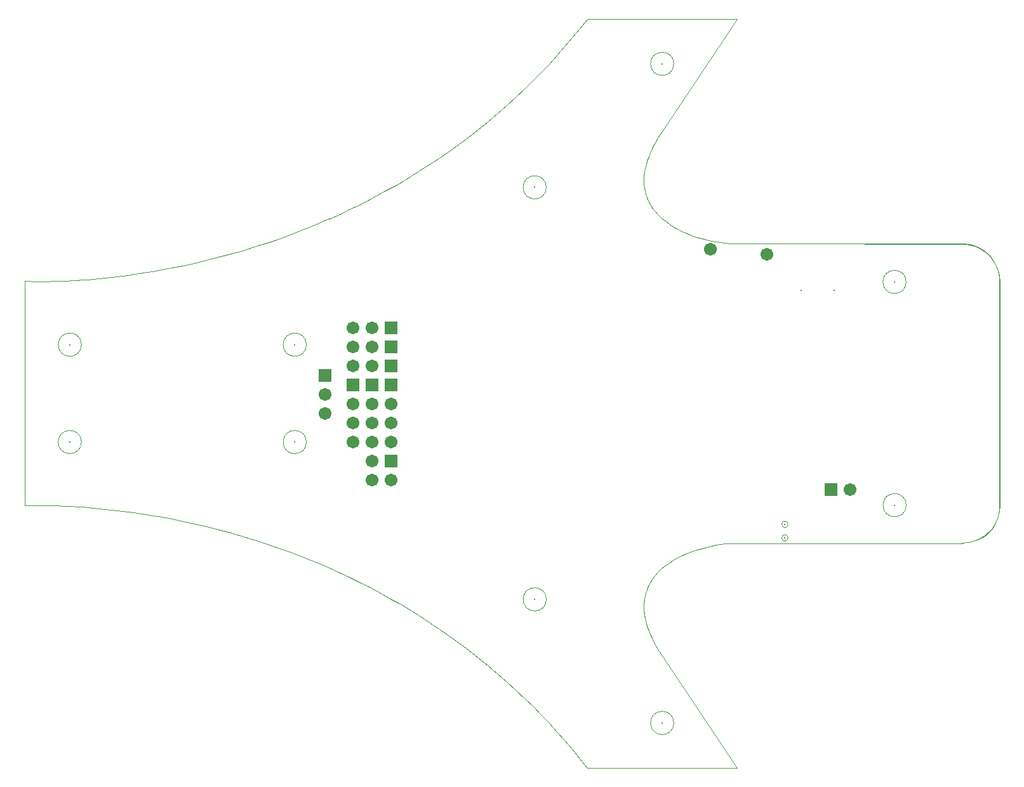
<source format=gbs>
%FSLAX25Y25*%
%MOIN*%
G70*
G01*
G75*
G04 Layer_Color=16711935*
%ADD10C,0.00787*%
%ADD11R,0.03150X0.03937*%
%ADD12R,0.11811X0.03937*%
%ADD13R,0.13780X0.09646*%
%ADD14R,0.09488X0.26378*%
G04:AMPARAMS|DCode=15|XSize=196.85mil|YSize=118.11mil|CornerRadius=0mil|HoleSize=0mil|Usage=FLASHONLY|Rotation=22.500|XOffset=0mil|YOffset=0mil|HoleType=Round|Shape=Rectangle|*
%AMROTATEDRECTD15*
4,1,4,-0.06833,-0.09222,-0.11353,0.01689,0.06833,0.09222,0.11353,-0.01689,-0.06833,-0.09222,0.0*
%
%ADD15ROTATEDRECTD15*%

G04:AMPARAMS|DCode=16|XSize=196.85mil|YSize=118.11mil|CornerRadius=0mil|HoleSize=0mil|Usage=FLASHONLY|Rotation=337.500|XOffset=0mil|YOffset=0mil|HoleType=Round|Shape=Rectangle|*
%AMROTATEDRECTD16*
4,1,4,-0.11353,-0.01689,-0.06833,0.09222,0.11353,0.01689,0.06833,-0.09222,-0.11353,-0.01689,0.0*
%
%ADD16ROTATEDRECTD16*%

G04:AMPARAMS|DCode=17|XSize=196.85mil|YSize=118.11mil|CornerRadius=0mil|HoleSize=0mil|Usage=FLASHONLY|Rotation=115.000|XOffset=0mil|YOffset=0mil|HoleType=Round|Shape=Rectangle|*
%AMROTATEDRECTD17*
4,1,4,0.09512,-0.06425,-0.01193,-0.11416,-0.09512,0.06425,0.01193,0.11416,0.09512,-0.06425,0.0*
%
%ADD17ROTATEDRECTD17*%

G04:AMPARAMS|DCode=18|XSize=196.85mil|YSize=118.11mil|CornerRadius=0mil|HoleSize=0mil|Usage=FLASHONLY|Rotation=65.000|XOffset=0mil|YOffset=0mil|HoleType=Round|Shape=Rectangle|*
%AMROTATEDRECTD18*
4,1,4,0.01193,-0.11416,-0.09512,-0.06425,-0.01193,0.11416,0.09512,0.06425,0.01193,-0.11416,0.0*
%
%ADD18ROTATEDRECTD18*%

%ADD19R,0.05118X0.05906*%
%ADD20R,0.03937X0.03150*%
%ADD21R,0.03898X0.01890*%
%ADD22R,0.04173X0.02559*%
%ADD23R,0.05512X0.04134*%
%ADD24R,0.06890X0.02559*%
%ADD25R,0.23622X0.15748*%
%ADD26R,0.02362X0.04331*%
%ADD27R,0.03150X0.03150*%
%ADD28R,0.03347X0.05118*%
%ADD29R,0.05906X0.05906*%
%ADD30O,0.07480X0.01181*%
%ADD31O,0.01181X0.07480*%
%ADD32R,0.01969X0.09843*%
%ADD33R,0.07874X0.09843*%
%ADD34R,0.05118X0.01575*%
%ADD35R,0.07874X0.07874*%
%ADD36R,0.03937X0.02165*%
%ADD37R,0.00984X0.02756*%
%ADD38R,0.02756X0.00984*%
%ADD39R,0.05000X0.05787*%
%ADD40R,0.13386X0.05315*%
%ADD41R,0.05906X0.01614*%
G04:AMPARAMS|DCode=42|XSize=118.11mil|YSize=59.06mil|CornerRadius=0mil|HoleSize=0mil|Usage=FLASHONLY|Rotation=225.000|XOffset=0mil|YOffset=0mil|HoleType=Round|Shape=Rectangle|*
%AMROTATEDRECTD42*
4,1,4,0.02088,0.06264,0.06264,0.02088,-0.02088,-0.06264,-0.06264,-0.02088,0.02088,0.06264,0.0*
%
%ADD42ROTATEDRECTD42*%

G04:AMPARAMS|DCode=43|XSize=118.11mil|YSize=59.06mil|CornerRadius=0mil|HoleSize=0mil|Usage=FLASHONLY|Rotation=135.000|XOffset=0mil|YOffset=0mil|HoleType=Round|Shape=Rectangle|*
%AMROTATEDRECTD43*
4,1,4,0.06264,-0.02088,0.02088,-0.06264,-0.06264,0.02088,-0.02088,0.06264,0.06264,-0.02088,0.0*
%
%ADD43ROTATEDRECTD43*%

G04:AMPARAMS|DCode=44|XSize=118.11mil|YSize=59.06mil|CornerRadius=0mil|HoleSize=0mil|Usage=FLASHONLY|Rotation=245.000|XOffset=0mil|YOffset=0mil|HoleType=Round|Shape=Rectangle|*
%AMROTATEDRECTD44*
4,1,4,-0.00180,0.06600,0.05172,0.04104,0.00180,-0.06600,-0.05172,-0.04104,-0.00180,0.06600,0.0*
%
%ADD44ROTATEDRECTD44*%

G04:AMPARAMS|DCode=45|XSize=118.11mil|YSize=59.06mil|CornerRadius=0mil|HoleSize=0mil|Usage=FLASHONLY|Rotation=295.000|XOffset=0mil|YOffset=0mil|HoleType=Round|Shape=Rectangle|*
%AMROTATEDRECTD45*
4,1,4,-0.05172,0.04104,0.00180,0.06600,0.05172,-0.04104,-0.00180,-0.06600,-0.05172,0.04104,0.0*
%
%ADD45ROTATEDRECTD45*%

%ADD46R,0.02559X0.04173*%
%ADD47C,0.01969*%
%ADD48C,0.03937*%
%ADD49C,0.07874*%
%ADD50C,0.05906*%
%ADD51R,0.06869X0.26570*%
%ADD52R,0.06892X0.11504*%
%ADD53R,0.37657X0.14030*%
%ADD54R,0.23424X0.11604*%
%ADD55R,0.15927X0.15830*%
%ADD56R,0.14344X0.15856*%
%ADD57C,0.00394*%
%ADD58C,0.00197*%
%ADD59C,0.05906*%
%ADD60R,0.05906X0.05906*%
%ADD61C,0.01969*%
%ADD62R,0.36038X0.16300*%
%ADD63C,0.01000*%
%ADD64C,0.01181*%
%ADD65C,0.00984*%
%ADD66C,0.02362*%
%ADD67C,0.00039*%
%ADD68R,0.03937X0.03937*%
%ADD69R,0.04309X0.09978*%
%ADD70R,0.04309X0.09978*%
%ADD71R,0.11596X0.03568*%
%ADD72R,0.03568X0.11596*%
%ADD73R,0.03618X0.11596*%
%ADD74R,0.11596X0.03583*%
%ADD75R,0.03950X0.04737*%
%ADD76R,0.12611X0.04737*%
%ADD77R,0.14579X0.10446*%
%ADD78R,0.10288X0.27178*%
G04:AMPARAMS|DCode=79|XSize=204.85mil|YSize=126.11mil|CornerRadius=0mil|HoleSize=0mil|Usage=FLASHONLY|Rotation=22.500|XOffset=0mil|YOffset=0mil|HoleType=Round|Shape=Rectangle|*
%AMROTATEDRECTD79*
4,1,4,-0.07050,-0.09745,-0.11876,0.01906,0.07050,0.09745,0.11876,-0.01906,-0.07050,-0.09745,0.0*
%
%ADD79ROTATEDRECTD79*%

G04:AMPARAMS|DCode=80|XSize=204.85mil|YSize=126.11mil|CornerRadius=0mil|HoleSize=0mil|Usage=FLASHONLY|Rotation=337.500|XOffset=0mil|YOffset=0mil|HoleType=Round|Shape=Rectangle|*
%AMROTATEDRECTD80*
4,1,4,-0.11876,-0.01906,-0.07050,0.09745,0.11876,0.01906,0.07050,-0.09745,-0.11876,-0.01906,0.0*
%
%ADD80ROTATEDRECTD80*%

G04:AMPARAMS|DCode=81|XSize=204.85mil|YSize=126.11mil|CornerRadius=0mil|HoleSize=0mil|Usage=FLASHONLY|Rotation=115.000|XOffset=0mil|YOffset=0mil|HoleType=Round|Shape=Rectangle|*
%AMROTATEDRECTD81*
4,1,4,0.10043,-0.06618,-0.01386,-0.11948,-0.10043,0.06618,0.01386,0.11948,0.10043,-0.06618,0.0*
%
%ADD81ROTATEDRECTD81*%

G04:AMPARAMS|DCode=82|XSize=204.85mil|YSize=126.11mil|CornerRadius=0mil|HoleSize=0mil|Usage=FLASHONLY|Rotation=65.000|XOffset=0mil|YOffset=0mil|HoleType=Round|Shape=Rectangle|*
%AMROTATEDRECTD82*
4,1,4,0.01386,-0.11948,-0.10043,-0.06618,-0.01386,0.11948,0.10043,0.06618,0.01386,-0.11948,0.0*
%
%ADD82ROTATEDRECTD82*%

%ADD83R,0.05918X0.06706*%
%ADD84R,0.04737X0.03950*%
%ADD85R,0.04973X0.03359*%
%ADD86R,0.06312X0.04934*%
%ADD87R,0.07690X0.03359*%
%ADD88R,0.24422X0.16548*%
%ADD89R,0.03162X0.05131*%
%ADD90R,0.03950X0.03950*%
%ADD91R,0.04147X0.05918*%
%ADD92R,0.06706X0.06706*%
%ADD93O,0.08280X0.01981*%
%ADD94O,0.01981X0.08280*%
%ADD95R,0.02769X0.10642*%
%ADD96R,0.08674X0.10642*%
%ADD97R,0.05918X0.02375*%
%ADD98R,0.08674X0.08674*%
%ADD99R,0.04737X0.02965*%
%ADD100R,0.01784X0.03556*%
%ADD101R,0.03556X0.01784*%
%ADD102R,0.05800X0.06587*%
%ADD103R,0.14186X0.06115*%
%ADD104R,0.06706X0.02414*%
G04:AMPARAMS|DCode=105|XSize=126.11mil|YSize=67.06mil|CornerRadius=0mil|HoleSize=0mil|Usage=FLASHONLY|Rotation=225.000|XOffset=0mil|YOffset=0mil|HoleType=Round|Shape=Rectangle|*
%AMROTATEDRECTD105*
4,1,4,0.02088,0.06829,0.06829,0.02088,-0.02088,-0.06829,-0.06829,-0.02088,0.02088,0.06829,0.0*
%
%ADD105ROTATEDRECTD105*%

G04:AMPARAMS|DCode=106|XSize=126.11mil|YSize=67.06mil|CornerRadius=0mil|HoleSize=0mil|Usage=FLASHONLY|Rotation=135.000|XOffset=0mil|YOffset=0mil|HoleType=Round|Shape=Rectangle|*
%AMROTATEDRECTD106*
4,1,4,0.06829,-0.02088,0.02088,-0.06829,-0.06829,0.02088,-0.02088,0.06829,0.06829,-0.02088,0.0*
%
%ADD106ROTATEDRECTD106*%

G04:AMPARAMS|DCode=107|XSize=126.11mil|YSize=67.06mil|CornerRadius=0mil|HoleSize=0mil|Usage=FLASHONLY|Rotation=245.000|XOffset=0mil|YOffset=0mil|HoleType=Round|Shape=Rectangle|*
%AMROTATEDRECTD107*
4,1,4,-0.00374,0.07132,0.05704,0.04298,0.00374,-0.07132,-0.05704,-0.04298,-0.00374,0.07132,0.0*
%
%ADD107ROTATEDRECTD107*%

G04:AMPARAMS|DCode=108|XSize=126.11mil|YSize=67.06mil|CornerRadius=0mil|HoleSize=0mil|Usage=FLASHONLY|Rotation=295.000|XOffset=0mil|YOffset=0mil|HoleType=Round|Shape=Rectangle|*
%AMROTATEDRECTD108*
4,1,4,-0.05704,0.04298,0.00374,0.07132,0.05704,-0.04298,-0.00374,-0.07132,-0.05704,0.04298,0.0*
%
%ADD108ROTATEDRECTD108*%

%ADD109R,0.03359X0.04973*%
%ADD110C,0.00800*%
%ADD111C,0.06706*%
%ADD112R,0.06706X0.06706*%
D57*
X1233068Y592835D02*
G03*
X1217579Y600111I-15664J-13221D01*
G01*
X1217591Y442672D02*
G03*
X1233080Y449948I-175J20497D01*
G01*
X880412Y611114D02*
G03*
X885495Y613312I-35534J89131D01*
G01*
X885527Y429516D02*
G03*
X880444Y431715I-40617J-86933D01*
G01*
X755095Y547005D02*
G03*
X755095Y547005I-6102J0D01*
G01*
Y495825D02*
G03*
X755095Y495825I-6102J0D01*
G01*
X873206D02*
G03*
X873206Y495825I-6102J0D01*
G01*
Y547005D02*
G03*
X873206Y547005I-6102J0D01*
G01*
X999188Y413147D02*
G03*
X999188Y413147I-6102J0D01*
G01*
X1066117Y348188D02*
G03*
X1066117Y348188I-6102J0D01*
G01*
X1188164Y462662D02*
G03*
X1188164Y462662I-6102J0D01*
G01*
X1188105Y579993D02*
G03*
X1188105Y579993I-6102J0D01*
G01*
X999187Y629683D02*
G03*
X999187Y629683I-6102J0D01*
G01*
X1066117Y694642D02*
G03*
X1066117Y694642I-6102J0D01*
G01*
X1166186Y600154D02*
X1217504D01*
X1099391D02*
X1166186D01*
X1016714Y329514D02*
X1020651Y324561D01*
X1012729Y334348D02*
X1016714Y329514D01*
X1008701Y339065D02*
X1012729Y334348D01*
X1004632Y343665D02*
X1008701Y339065D01*
X1000522Y348150D02*
X1004632Y343665D01*
X996375Y352521D02*
X1000522Y348150D01*
X992192Y356779D02*
X996375Y352521D01*
X987975Y360926D02*
X992192Y356779D01*
X983117Y365533D02*
X987975Y360926D01*
X978221Y369998D02*
X983117Y365533D01*
X973289Y374326D02*
X978221Y369998D01*
X968327Y378516D02*
X973289Y374326D01*
X963335Y382573D02*
X968327Y378516D01*
X958318Y386498D02*
X963335Y382573D01*
X953278Y390293D02*
X958318Y386498D01*
X948218Y393961D02*
X953278Y390293D01*
X943142Y397502D02*
X948218Y393961D01*
X939442Y399999D02*
X943142Y397502D01*
X935736Y402433D02*
X939442Y399999D01*
X932025Y404804D02*
X935736Y402433D01*
X928312Y407112D02*
X932025Y404804D01*
X924595Y409358D02*
X928312Y407112D01*
X920877Y411542D02*
X924595Y409358D01*
X917159Y413666D02*
X920877Y411542D01*
X914453Y415193D02*
X917159Y413666D01*
X773629Y459957D02*
X776585Y459591D01*
X770744Y460294D02*
X773629Y459957D01*
X767475Y460646D02*
X770744Y460294D01*
X764307Y460963D02*
X767475Y460646D01*
X761242Y461242D02*
X764307Y460963D01*
X758279Y461489D02*
X761242Y461242D01*
X755426Y461703D02*
X758279Y461489D01*
X752683Y461887D02*
X755426Y461703D01*
X750053Y462044D02*
X752683Y461887D01*
X747540Y462174D02*
X750053Y462044D01*
X745146Y462281D02*
X747540Y462174D01*
X742514Y462377D02*
X745146Y462281D01*
X740053Y462448D02*
X742514Y462377D01*
X737765Y462495D02*
X740053Y462448D01*
X735657Y462521D02*
X737765Y462495D01*
X733731Y462531D02*
X735657Y462521D01*
X731993Y462527D02*
X733731Y462531D01*
X730447Y462512D02*
X731993Y462527D01*
X729097Y462488D02*
X730447Y462512D01*
X727949Y462460D02*
X729097Y462488D01*
X727415Y462445D02*
X727949Y462460D01*
X726942Y462428D02*
X727415Y462445D01*
X726529Y462413D02*
X726942Y462428D01*
X726179Y462399D02*
X726529Y462413D01*
X725890Y462387D02*
X726179Y462399D01*
X725665Y462376D02*
X725890Y462387D01*
X725503Y462367D02*
X725665Y462376D01*
X725406Y462363D02*
X725503Y462367D01*
X725374Y462362D02*
X725406Y462363D01*
X725374Y462362D02*
Y580471D01*
X833536Y594757D02*
X840102Y596648D01*
X846768Y598697D01*
X853525Y600908D01*
X860365Y603286D01*
X865327Y605103D01*
X870324Y607011D01*
X875354Y609014D01*
X880412Y611114D01*
X885495Y613312D02*
X890602Y615612D01*
X895726Y618014D01*
X900866Y620523D01*
X906020Y623140D01*
X914414Y627750D01*
X917159Y629159D01*
X920877Y631283D01*
X924595Y633468D01*
X928312Y635712D01*
X932025Y638019D01*
X935736Y640390D01*
X939442Y642823D01*
X943142Y645322D01*
X948218Y648863D01*
X953278Y652531D01*
X958318Y656324D01*
X963335Y660249D01*
X968327Y664306D01*
X973289Y668497D01*
X978221Y672824D01*
X983117Y677290D01*
X987975Y681896D01*
X992192Y686044D01*
X996375Y690302D01*
X1000522Y694671D01*
X1004632Y699156D01*
X1008701Y703756D01*
X1012729Y708473D01*
X1016714Y713307D01*
X1020651Y718260D01*
X1099391D01*
X1060022Y659205D02*
X1099391Y718260D01*
X1058466Y656844D02*
X1060022Y659205D01*
X1057059Y654540D02*
X1058466Y656844D01*
X1055798Y652292D02*
X1057059Y654540D01*
X1054676Y650101D02*
X1055798Y652292D01*
X1053693Y647963D02*
X1054676Y650101D01*
X1052841Y645883D02*
X1053693Y647963D01*
X1052121Y643855D02*
X1052841Y645883D01*
X1051526Y641881D02*
X1052121Y643855D01*
X1050996Y639691D02*
X1051526Y641881D01*
X1050619Y637570D02*
X1050996Y639691D01*
X1050391Y635516D02*
X1050619Y637570D01*
X1050307Y633530D02*
X1050391Y635516D01*
X1050307Y633530D02*
X1050361Y631611D01*
X1050547Y629755D01*
X1050859Y627966D01*
X1051293Y626241D01*
X1051843Y624580D01*
X1052362Y623295D01*
X1052948Y622051D01*
X1053600Y620845D01*
X1054314Y619679D01*
X1055086Y618551D01*
X1055915Y617461D01*
X1057730Y615393D01*
X1059736Y613472D01*
X1061911Y611696D01*
X1063512Y610543D01*
X1067106Y608200D01*
X1066895Y608439D02*
X1068662Y607483D01*
X1070470Y606591D01*
X1072311Y605764D01*
X1074177Y604997D01*
X1076061Y604290D01*
X1077955Y603644D01*
X1080591Y602843D01*
X1083212Y602151D01*
X1085797Y601566D01*
X1088324Y601086D01*
X1090774Y600708D01*
X1093127Y600429D01*
X1095361Y600246D01*
X1097455Y600155D01*
X1099391Y600154D01*
X1232277Y593481D02*
X1233827Y591478D01*
X1235106Y589293D01*
X1236092Y586964D01*
X1236769Y584525D01*
X1237080Y582529D01*
X1237185Y580472D01*
Y462350D02*
Y580472D01*
X1228509Y446028D02*
X1230512Y447577D01*
X1226325Y444748D02*
X1228509Y446028D01*
X853493Y600910D02*
X860333Y603287D01*
X846736Y598698D02*
X853493Y600910D01*
X840070Y596650D02*
X846736Y598698D01*
X833504Y594758D02*
X840070Y596650D01*
X827048Y593015D02*
X833504Y594758D01*
X820708Y591417D02*
X827048Y593015D01*
X814494Y589955D02*
X820708Y591417D01*
X808415Y588625D02*
X814494Y589955D01*
X802480Y587422D02*
X808415Y588625D01*
X795641Y586150D02*
X802480Y587422D01*
X792308Y585573D02*
X795641Y586150D01*
X789033Y585035D02*
X792308Y585573D01*
X785818Y584533D02*
X789033Y585035D01*
X782665Y584068D02*
X785818Y584533D01*
X779575Y583636D02*
X782665Y584068D01*
X776553Y583237D02*
X779575Y583636D01*
X773597Y582871D02*
X776553Y583237D01*
X770712Y582536D02*
X773597Y582871D01*
X767443Y582182D02*
X770712Y582536D01*
X764275Y581867D02*
X767443Y582182D01*
X761210Y581586D02*
X764275Y581867D01*
X758247Y581339D02*
X761210Y581586D01*
X755394Y581126D02*
X758247Y581339D01*
X752651Y580942D02*
X755394Y581126D01*
X750021Y580785D02*
X752651Y580942D01*
X747508Y580654D02*
X750021Y580785D01*
X745114Y580547D02*
X747508Y580654D01*
X742482Y580451D02*
X745114Y580547D01*
X740021Y580380D02*
X742482Y580451D01*
X737733Y580333D02*
X740021Y580380D01*
X735625Y580307D02*
X737733Y580333D01*
X733699Y580297D02*
X735625Y580307D01*
X731961Y580301D02*
X733699Y580297D01*
X730415Y580318D02*
X731961Y580301D01*
X729065Y580342D02*
X730415Y580318D01*
X727917Y580369D02*
X729065Y580342D01*
X727384Y580386D02*
X727917Y580369D01*
X726910Y580403D02*
X727384Y580386D01*
X726497Y580418D02*
X726910Y580403D01*
X726147Y580433D02*
X726497Y580418D01*
X725858Y580446D02*
X726147Y580433D01*
X725634Y580457D02*
X725858Y580446D01*
X725471Y580465D02*
X725634Y580457D01*
X725374Y580471D02*
X725471Y580465D01*
X725342Y580472D02*
X725374Y580471D01*
X1237091Y460254D02*
X1237197Y462311D01*
X1236781Y458259D02*
X1237091Y460254D01*
X1236104Y455819D02*
X1236781Y458259D01*
X1235118Y453490D02*
X1236104Y455819D01*
X1233839Y451306D02*
X1235118Y453490D01*
X1232289Y449303D02*
X1233839Y451306D01*
X1217445Y599974D02*
X1219502Y599869D01*
X1221497Y599559D01*
X1223936Y598882D01*
X1226266Y597896D01*
X1228450Y596617D01*
X1230453Y595067D01*
X1232422Y593064D01*
X1234082Y590812D01*
X1235401Y588359D01*
X1236356Y585754D01*
X1236928Y583084D01*
X1237126Y580294D01*
X1237126Y462172D01*
X1237021Y460115D02*
X1237126Y462172D01*
X1236710Y458119D02*
X1237021Y460115D01*
X1236033Y455680D02*
X1236710Y458119D01*
X1235047Y453351D02*
X1236033Y455680D01*
X1233768Y451166D02*
X1235047Y453351D01*
X1232218Y449164D02*
X1233768Y451166D01*
X1230215Y447194D02*
X1232218Y449164D01*
X1227963Y445534D02*
X1230215Y447194D01*
X1166220Y599974D02*
X1217445D01*
X1095361Y442578D02*
X1097455Y442670D01*
X1093127Y442395D02*
X1095361Y442578D01*
X1090774Y442116D02*
X1093127Y442395D01*
X1088324Y441738D02*
X1090774Y442116D01*
X1085797Y441258D02*
X1088324Y441738D01*
X1083212Y440674D02*
X1085797Y441258D01*
X1080591Y439983D02*
X1083212Y440674D01*
X1077955Y439180D02*
X1080591Y439983D01*
X1097455Y442670D02*
X1168988D01*
X1020651Y324561D02*
X1099391Y324562D01*
X1076061Y438534D02*
X1077955Y439180D01*
X1074177Y437828D02*
X1076061Y438534D01*
X1072311Y437062D02*
X1074177Y437828D01*
X1070470Y436234D02*
X1072311Y437062D01*
X1068662Y435344D02*
X1070470Y436234D01*
X1066895Y434388D02*
X1068662Y435344D01*
X1065176Y433369D02*
X1066895Y434388D01*
X1063512Y432283D02*
X1065176Y433369D01*
X1061911Y431130D02*
X1063512Y432283D01*
X1059736Y429353D02*
X1061911Y431130D01*
X1057730Y427433D02*
X1059736Y429353D01*
X1055915Y425365D02*
X1057730Y427433D01*
X1055086Y424274D02*
X1055915Y425365D01*
X1054314Y423147D02*
X1055086Y424274D01*
X1053600Y421980D02*
X1054314Y423147D01*
X1052948Y420774D02*
X1053600Y421980D01*
X1052362Y419530D02*
X1052948Y420774D01*
X1051843Y418245D02*
X1052362Y419530D01*
X1051293Y416583D02*
X1051843Y418245D01*
X1050859Y414858D02*
X1051293Y416583D01*
X1050547Y413069D02*
X1050859Y414858D01*
X1050361Y411215D02*
X1050547Y413069D01*
X1050307Y409295D02*
X1050361Y411215D01*
X1050307Y409295D02*
X1050391Y407309D01*
X1050619Y405255D01*
X1050996Y403134D01*
X1051526Y400944D01*
X1052121Y398970D01*
X1052841Y396943D01*
X1053693Y394861D01*
X1054676Y392724D01*
X1055798Y390531D01*
X1057059Y388283D01*
X1058466Y385979D01*
X1060022Y383618D01*
X1099391Y324562D01*
X1146128Y442670D02*
X1217661D01*
X776585Y459591D02*
X779607Y459192D01*
X782697Y458760D01*
X785850Y458295D01*
X789065Y457794D01*
X792340Y457255D01*
X795673Y456678D01*
X802512Y455406D01*
X808447Y454203D01*
X814526Y452873D01*
X820740Y451412D01*
X827080Y449813D01*
X833536Y448070D01*
X840102Y446178D01*
X846768Y444130D01*
X853525Y441919D01*
X860365Y439541D01*
X906052Y419688D02*
X914446Y415078D01*
X900898Y422305D02*
X906052Y419688D01*
X895758Y424815D02*
X900898Y422305D01*
X890634Y427216D02*
X895758Y424815D01*
X885527Y429516D02*
X890634Y427216D01*
X875386Y433815D02*
X880444Y431715D01*
X870356Y435817D02*
X875386Y433815D01*
X865359Y437726D02*
X870356Y435817D01*
X860397Y439542D02*
X865359Y437726D01*
X853557Y441920D02*
X860397Y439542D01*
X846800Y444131D02*
X853557Y441920D01*
X840134Y446180D02*
X846800Y444131D01*
X833568Y448071D02*
X840134Y446180D01*
D58*
X1126148Y445484D02*
G03*
X1126148Y445484I-1671J0D01*
G01*
Y452571D02*
G03*
X1126148Y452571I-1671J0D01*
G01*
D92*
X917720Y536004D02*
D03*
Y546004D02*
D03*
X917720Y556004D02*
D03*
X1148601Y470852D02*
D03*
D110*
X1182068Y462657D02*
D03*
X1060022Y694637D02*
D03*
X749000Y495820D02*
D03*
X993093Y413142D02*
D03*
X749000Y547000D02*
D03*
X867110D02*
D03*
Y495820D02*
D03*
X1060022Y348183D02*
D03*
X993092Y629678D02*
D03*
X1182009Y579988D02*
D03*
X1124477Y445484D02*
D03*
Y452571D02*
D03*
X1150240Y575657D02*
D03*
X1132917Y575658D02*
D03*
D111*
X907720Y496004D02*
D03*
Y506004D02*
D03*
Y516004D02*
D03*
X917720Y496004D02*
D03*
Y506004D02*
D03*
Y516004D02*
D03*
X897720Y496004D02*
D03*
Y506004D02*
D03*
Y516004D02*
D03*
X907720Y536004D02*
D03*
X897720D02*
D03*
X907720Y546004D02*
D03*
X897720D02*
D03*
X1115148Y594404D02*
D03*
X1085341Y597012D02*
D03*
X917720Y476004D02*
D03*
X907720D02*
D03*
Y486004D02*
D03*
X907720Y556004D02*
D03*
X897720D02*
D03*
X882961Y520748D02*
D03*
Y510748D02*
D03*
X1158601Y470852D02*
D03*
D112*
X907720Y526004D02*
D03*
X917720Y526004D02*
D03*
X897720Y526004D02*
D03*
X917720Y486004D02*
D03*
X882961Y530748D02*
D03*
M02*

</source>
